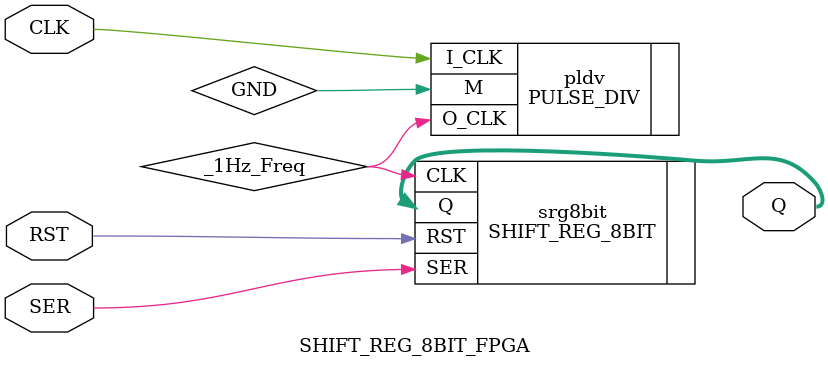
<source format=v>
`timescale 1ns/1ps
`include "SHIFT_REG_8BIT.v"
`include "PULSE_DIV.v"

module SHIFT_REG_8BIT_FPGA(
    input CLK,
    input SER,
    input RST,
    output [7:0] Q
);
    wire _1Hz_Freq;
    PULSE_DIV pldv(
        .I_CLK(CLK),
        .O_CLK(_1Hz_Freq),
        .M(GND)
    );
    SHIFT_REG_8BIT srg8bit(
        .CLK(_1Hz_Freq),
        .SER(SER),
        .RST(RST),
        .Q(Q)
    );
endmodule
</source>
